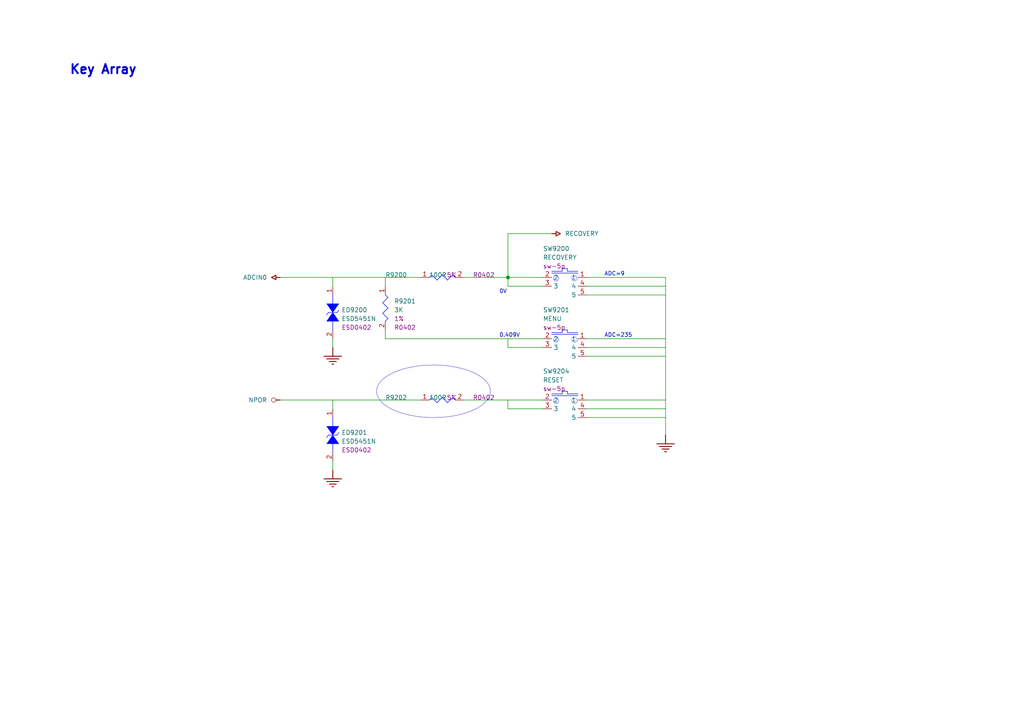
<source format=kicad_sch>
(kicad_sch (version 20250114) (generator "eeschema") (generator_version "9.0")
  (paper "A4")
  (lib_symbols
    (symbol "*:root_0_RESISTOR_Dup1_*" (pin_names (hide yes))
      (symbol "root_0_RESISTOR_Dup1_*_1_0"
        (polyline (pts (xy 1.778 -2.286) (xy 3.302 -3.81)) (stroke (width 0) (color 0 11 255 1)))
        (polyline (pts (xy 1.778 -5.334) (xy 3.302 -6.858)) (stroke (width 0) (color 0 11 255 1)))
        (polyline (pts (xy 2.54 0) (xy 3.302 -0.762)) (stroke (width 0) (color 0 11 255 1)))
        (polyline (pts (xy 3.302 -0.762) (xy 1.778 -2.286)) (stroke (width 0) (color 0 11 255 1)))
        (polyline (pts (xy 3.302 -3.81) (xy 1.778 -5.334)) (stroke (width 0) (color 0 11 255 1)))
        (polyline (pts (xy 3.302 -6.858) (xy 2.54 -7.62)) (stroke (width 0) (color 0 11 255 1)))
        (pin passive line (at 2.54 2.54 270) (length 2.54) (name "1") (number "1"))
        (pin passive line (at 2.54 -10.16 90) (length 2.54) (name "2") (number "2"))
      )
    )
    (symbol "*:root_0_mirrored_SW4P_5_*"
      (symbol "root_0_mirrored_SW4P_5_*_1_0"
        (polyline (pts (xy -7.62 -0.762) (xy -4.572 -0.762)) (stroke (width 0) (color 0 11 255 1)))
        (circle (center -6.35 -2.794) (radius 0.762) (stroke (width 0.0254) (color 0 11 255 1)))
        (polyline (pts (xy -4.572 0) (xy -3.048 0)) (stroke (width 0) (color 0 11 255 1)))
        (polyline (pts (xy -4.572 -0.762) (xy -4.572 0)) (stroke (width 0) (color 0 11 255 1)))
        (polyline (pts (xy -3.048 0) (xy -3.048 -0.762)) (stroke (width 0) (color 0 11 255 1)))
        (polyline (pts (xy -3.048 -0.762) (xy 0 -0.762)) (stroke (width 0) (color 0 11 255 1)))
        (circle (center -1.016 -2.794) (radius 0.762) (stroke (width 0.0254) (color 0 11 255 1)))
        (polyline (pts (xy 0 -1.27) (xy -7.62 -1.27)) (stroke (width 0) (color 0 11 255 1)))
        (pin passive line (at -10.16 -2.54 0) (length 2.54) (name "2") (number "2"))
        (pin passive line (at -10.16 -5.08 0) (length 2.54) (name "3") (number "3"))
        (pin passive line (at 2.54 -2.54 180) (length 2.54) (name "1") (number "1"))
        (pin passive line (at 2.54 -5.08 180) (length 2.54) (name "4") (number "4"))
        (pin passive line (at 2.54 -7.62 180) (length 2.54) (name "5") (number "5"))
      )
    )
    (symbol "*:root_1_RESISTOR_Dup1_*" (pin_names (hide yes))
      (symbol "root_1_RESISTOR_Dup1_*_1_0"
        (polyline (pts (xy 0 2.54) (xy 0.762 3.302)) (stroke (width 0) (color 0 11 255 1)))
        (polyline (pts (xy 0.762 3.302) (xy 2.286 1.778)) (stroke (width 0) (color 0 11 255 1)))
        (polyline (pts (xy 2.286 1.778) (xy 3.81 3.302)) (stroke (width 0) (color 0 11 255 1)))
        (polyline (pts (xy 3.81 3.302) (xy 5.334 1.778)) (stroke (width 0) (color 0 11 255 1)))
        (polyline (pts (xy 5.334 1.778) (xy 6.858 3.302)) (stroke (width 0) (color 0 11 255 1)))
        (polyline (pts (xy 6.858 3.302) (xy 7.62 2.54)) (stroke (width 0) (color 0 11 255 1)))
        (pin passive line (at -2.54 2.54 0) (length 2.54) (name "1") (number "1"))
        (pin passive line (at 10.16 2.54 180) (length 2.54) (name "2") (number "2"))
      )
    )
    (symbol "*:root_3_DIODE BI_DIR TRIG_*" (pin_names (hide yes))
      (symbol "root_3_DIODE BI_DIR TRIG_*_1_0"
        (polyline (pts (xy -3.81 -5.08) (xy -4.318 -5.842)) (stroke (width 0) (color 0 11 255 1)))
        (polyline (pts (xy -2.54 0) (xy -2.54 -2.54)) (stroke (width 0) (color 0 11 255 1)))
        (polyline (pts (xy -2.54 -5.08) (xy -2.54 -5.08) (xy -4.318 -2.54) (xy -0.762 -2.54) (xy -2.54 -5.08) (xy -2.54 -5.08)) (stroke (width 0.0254) (color 0 11 255 1)) (fill (type color) (color 0 0 255 1)))
        (polyline (pts (xy -2.54 -5.08) (xy -2.54 -5.08) (xy -0.762 -7.62) (xy -4.318 -7.62) (xy -2.54 -5.08) (xy -2.54 -5.08)) (stroke (width 0.0254) (color 0 11 255 1)) (fill (type color) (color 0 0 255 1)))
        (polyline (pts (xy -2.54 -7.62) (xy -2.54 -10.16)) (stroke (width 0) (color 0 11 255 1)))
        (polyline (pts (xy -1.27 -5.08) (xy -3.81 -5.08)) (stroke (width 0) (color 0 11 255 1)))
        (polyline (pts (xy -1.27 -5.08) (xy -0.762 -4.318)) (stroke (width 0) (color 0 11 255 1)))
        (pin passive line (at -2.54 2.54 270) (length 2.54) (name "1") (number "1"))
        (pin passive line (at -2.54 -12.7 90) (length 2.54) (name "2") (number "2"))
      )
    )
    (symbol "RV1106G_EVB1_V11_20220401LX-altium-import:ADCIN0_ARROW" (power)
      (property "Value" "ADCIN0" (at 0 -3.81 0))
      (symbol "ADCIN0_ARROW_0_0"
        (polyline (pts (xy -0.635 -1.27) (xy 0.635 -1.27) (xy 0 -2.54) (xy -0.635 -1.27)) (stroke (width 0.254)))
        (polyline (pts (xy 0 0) (xy 0 -1.27)) (stroke (width 0.254)))
        (pin power_in line (at 0 0 0) (length 0) (hide yes) (name "ADCIN0") (number ""))
      )
    )
    (symbol "RV1106G_EVB1_V11_20220401LX-altium-import:GND_POWER_GROUND" (power)
      (property "Value" "GND" (at 0 -6.35 0))
      (symbol "GND_POWER_GROUND_0_0"
        (polyline (pts (xy -2.54 -2.54) (xy 2.54 -2.54)) (stroke (width 0.254)))
        (polyline (pts (xy -1.778 -3.302) (xy 1.778 -3.302)) (stroke (width 0.254)))
        (polyline (pts (xy -1.016 -4.064) (xy 1.016 -4.064)) (stroke (width 0.254)))
        (polyline (pts (xy -0.254 -4.826) (xy 0.254 -4.826)) (stroke (width 0.254)))
        (polyline (pts (xy 0 0) (xy 0 -2.54)) (stroke (width 0.254)))
        (pin power_in line (at 0 0 0) (length 0) (hide yes) (name "GND") (number ""))
      )
    )
    (symbol "RV1106G_EVB1_V11_20220401LX-altium-import:NPOR_CIRCLE" (power)
      (property "Value" "NPOR" (at 0 -3.81 0))
      (symbol "NPOR_CIRCLE_0_0"
        (polyline (pts (xy 0 0) (xy 0 -1.27)) (stroke (width 0.254)))
        (circle (center 0 -1.905) (radius 0.635) (stroke (width 0.127)))
        (pin power_in line (at 0 0 0) (length 0) (hide yes) (name "NPOR") (number ""))
      )
    )
    (symbol "RV1106G_EVB1_V11_20220401LX-altium-import:RECOVERY_ARROW" (power)
      (property "Value" "RECOVERY" (at 0 -3.81 0))
      (symbol "RECOVERY_ARROW_0_0"
        (polyline (pts (xy -0.635 -1.27) (xy 0.635 -1.27) (xy 0 -2.54) (xy -0.635 -1.27)) (stroke (width 0.254)))
        (polyline (pts (xy 0 0) (xy 0 -1.27)) (stroke (width 0.254)))
        (pin power_in line (at 0 0 0) (length 0) (hide yes) (name "RECOVERY") (number ""))
      )
    )
  )
  (bezier (pts (xy 125.73 121.1072) (xy 134.8482 121.1072) (xy 142.24 117.6956) (xy 142.24 113.4872)) (stroke (width 0.0254)))
  (bezier (pts (xy 109.22 113.4872) (xy 109.22 117.6956) (xy 116.6117 121.1072) (xy 125.73 121.1072)) (stroke (width 0.0254)))
  (bezier (pts (xy 125.73 105.8672) (xy 116.6117 105.8672) (xy 109.22 109.2787) (xy 109.22 113.4872)) (stroke (width 0.0254)))
  (bezier (pts (xy 142.24 113.4872) (xy 142.24 109.2787) (xy 134.8482 105.8672) (xy 125.73 105.8672)) (stroke (width 0.0254)))
  (text "ADC=9" (at 175.26 80.2132 0) (effects (font (size 1.143 1.143)) (justify left bottom)))
  (text "0V" (at 144.78 85.2932 0) (effects (font (size 1.143 1.143)) (justify left bottom)))
  (text "0.409V" (at 144.78 97.9932 0) (effects (font (size 1.143 1.143)) (justify left bottom)))
  (text "Key Array" (at 20.066 21.844 0) (effects (font (size 2.667 2.667) (thickness 0.5334) (bold yes)) (justify left bottom)))
  (text "ADC=235" (at 175.26 97.9932 0) (effects (font (size 1.143 1.143)) (justify left bottom)))
  (junction (at 147.32 80.4672))
  (wire (pts (xy 147.32 80.4672) (xy 147.32 67.7672)))
  (wire (pts (xy 81.28 80.4672) (xy 111.76 80.4672)))
  (wire (pts (xy 147.32 100.7872) (xy 147.32 98.2472)))
  (wire (pts (xy 121.92 80.4672) (xy 111.76 80.4672)))
  (wire (pts (xy 147.32 118.5672) (xy 147.32 116.0272)))
  (wire (pts (xy 170.18 83.0072) (xy 193.04 83.0072)))
  (wire (pts (xy 147.32 83.0072) (xy 147.32 80.4672)))
  (wire (pts (xy 193.04 98.2472) (xy 193.04 85.5472)))
  (wire (pts (xy 193.04 126.1872) (xy 193.04 121.1072)))
  (wire (pts (xy 96.52 83.0072) (xy 96.52 80.4672)))
  (wire (pts (xy 193.04 98.2472) (xy 193.04 100.7872)))
  (wire (pts (xy 193.04 121.1072) (xy 170.18 121.1072)))
  (wire (pts (xy 193.04 100.7872) (xy 193.04 103.3272)))
  (wire (pts (xy 193.04 103.3272) (xy 170.18 103.3272)))
  (wire (pts (xy 193.04 116.0272) (xy 170.18 116.0272)))
  (wire (pts (xy 111.76 95.7072) (xy 111.76 98.2472)))
  (wire (pts (xy 193.04 118.5672) (xy 193.04 121.1072)))
  (wire (pts (xy 193.04 85.5472) (xy 193.04 83.0072)))
  (wire (pts (xy 96.52 118.5672) (xy 96.52 116.0272)))
  (wire (pts (xy 193.04 80.4672) (xy 170.18 80.4672)))
  (wire (pts (xy 157.48 118.5672) (xy 147.32 118.5672)))
  (wire (pts (xy 157.48 80.4672) (xy 147.32 80.4672)))
  (wire (pts (xy 157.48 116.0272) (xy 147.32 116.0272)))
  (wire (pts (xy 193.04 100.7872) (xy 170.18 100.7872)))
  (wire (pts (xy 157.48 83.0072) (xy 147.32 83.0072)))
  (wire (pts (xy 96.52 136.3472) (xy 96.52 133.8072)))
  (wire (pts (xy 81.28 116.0272) (xy 121.92 116.0272)))
  (wire (pts (xy 96.52 100.7872) (xy 96.52 98.2472)))
  (wire (pts (xy 193.04 103.3272) (xy 193.04 116.0272)))
  (wire (pts (xy 147.32 116.0272) (xy 134.62 116.0272)))
  (wire (pts (xy 193.04 83.0072) (xy 193.04 80.4672)))
  (wire (pts (xy 147.32 80.4672) (xy 134.62 80.4672)))
  (wire (pts (xy 193.04 118.5672) (xy 170.18 118.5672)))
  (wire (pts (xy 147.32 67.7672) (xy 160.02 67.7672)))
  (wire (pts (xy 111.76 98.2472) (xy 157.48 98.2472)))
  (wire (pts (xy 157.48 100.7872) (xy 147.32 100.7872)))
  (wire (pts (xy 170.18 98.2472) (xy 193.04 98.2472)))
  (wire (pts (xy 193.04 116.0272) (xy 193.04 118.5672)))
  (wire (pts (xy 111.76 80.4672) (xy 111.76 83.0072)))
  (wire (pts (xy 193.04 85.5472) (xy 170.18 85.5472)))
  (symbol (lib_id "RV1106G_EVB1_V11_20220401LX-altium-import:RECOVERY_ARROW") (at 160.02 67.7672 90) (unit 1)
    (property "Reference" "#PWR?" (effects (hide yes)))
    (property "Value" "RECOVERY" (at 163.83 67.7672 90) (effects (justify right)))
  )
  (symbol (lib_id "RV1106G_EVB1_V11_20220401LX-altium-import:ADCIN0_ARROW") (at 81.28 80.4672 270) (unit 1)
    (property "Reference" "#PWR?" (effects (hide yes)))
    (property "Value" "ADCIN0" (at 77.47 80.4672 90) (effects (justify right)))
  )
  (symbol (lib_id "*:root_3_DIODE BI_DIR TRIG_*") (at 99.06 85.5472 0) (unit 1)
    (property "Reference" "ED9200" (at 99.06 90.6272 0) (effects (justify left bottom)))
    (property "Value" "ESD5451N" (at 99.06 93.1672 0) (effects (justify left bottom)))
    (property "Footprint" "ESD0402" (effects (hide yes)))
    (property "Description" "1-Line, Bi-directional, Transient Voltage Suppressors.17.5pF." (effects (hide yes)))
    (property "PCB FOOTPRINT" "ESD0402" (at 99.06 95.7072 0) (effects (justify left bottom)))
    (property "CREATED BY" "JJJ" (effects (hide yes)))
    (property "MANUFACTURER PN" "ESD5451N" (effects (hide yes)))
    (property "MANUFACTURER" "WillSemi(韦尔半导体)" (effects (hide yes)))
    (property "PART TYPE" "ESD_TVS" (effects (hide yes)))
    (property "PRIORITY" "A" (effects (hide yes)))
    (property "RK PN" "ESD5451N" (effects (hide yes)))
  )
  (symbol (lib_id "*:root_0_mirrored_SW4P_5_*") (at 167.64 95.7072 0) (unit 1)
    (property "Reference" "SW9201" (at 157.48 90.6272 0) (effects (justify left bottom)))
    (property "Value" "MENU" (at 157.48 93.1672 0) (effects (justify left bottom)))
    (property "Footprint" "sw-5p" (effects (hide yes)))
    (property "Description" "KEY,SMT" (effects (hide yes)))
    (property "PCB FOOTPRINT" "sw-5p" (at 157.48 95.7072 0) (effects (justify left bottom)))
  )
  (symbol (lib_id "RV1106G_EVB1_V11_20220401LX-altium-import:GND_POWER_GROUND") (at 96.52 136.3472 0) (unit 1)
    (property "Reference" "#PWR?" (effects (hide yes)))
    (property "Value" "GND" (effects (hide yes)))
  )
  (symbol (lib_id "RV1106G_EVB1_V11_20220401LX-altium-import:GND_POWER_GROUND") (at 193.04 126.1872 0) (unit 1)
    (property "Reference" "#PWR?" (effects (hide yes)))
    (property "Value" "GND" (effects (hide yes)))
  )
  (symbol (lib_id "*:root_3_DIODE BI_DIR TRIG_*") (at 99.06 121.1072 0) (unit 1)
    (property "Reference" "ED9201" (at 99.06 126.1872 0) (effects (justify left bottom)))
    (property "Value" "ESD5451N" (at 99.06 128.7272 0) (effects (justify left bottom)))
    (property "Footprint" "ESD0402" (effects (hide yes)))
    (property "Description" "1-Line, Bi-directional, Transient Voltage Suppressors.17.5pF." (effects (hide yes)))
    (property "PCB FOOTPRINT" "ESD0402" (at 99.06 131.2672 0) (effects (justify left bottom)))
    (property "CREATED BY" "JJJ" (effects (hide yes)))
    (property "MANUFACTURER PN" "ESD5451N" (effects (hide yes)))
    (property "MANUFACTURER" "WillSemi(韦尔半导体)" (effects (hide yes)))
    (property "PART TYPE" "ESD_TVS" (effects (hide yes)))
    (property "PRIORITY" "A" (effects (hide yes)))
    (property "RK PN" "ESD5451N" (effects (hide yes)))
  )
  (symbol (lib_id "RV1106G_EVB1_V11_20220401LX-altium-import:NPOR_CIRCLE") (at 81.28 116.0272 270) (unit 1)
    (property "Reference" "#PWR?" (effects (hide yes)))
    (property "Value" "NPOR" (at 77.47 116.0272 90) (effects (justify right)))
  )
  (symbol (lib_id "*:root_1_RESISTOR_Dup1_*") (at 124.46 83.0072 0) (unit 1)
    (property "Reference" "R9200" (at 111.76 80.4672 0) (effects (justify left bottom)))
    (property "Value" "100R" (at 124.46 80.4672 0) (effects (justify left bottom)))
    (property "Footprint" "R0402" (effects (hide yes)))
    (property "Description" "通用厚膜电阻,100R,+/-5%,R0402,1/16W." (effects (hide yes)))
    (property "PCB FOOTPRINT" "R0402" (at 137.16 80.4672 0) (effects (justify left bottom)))
    (property "TOLERANCE" "5%" (at 129.54 80.4672 0) (effects (justify left bottom)))
    (property "RK PN" "RC0402JR-07100RL" (effects (hide yes)))
    (property "PRIORITY" "A" (effects (hide yes)))
    (property "PART TYPE" "通用厚膜电阻" (effects (hide yes)))
    (property "WATTAGE" "1/16W" (effects (hide yes)))
    (property "MANUFACTURER" "YAGEO" (effects (hide yes)))
    (property "MANUFACTURER PN" "RC0402JR-07100RL" (effects (hide yes)))
    (property "CREATED BY" "YTL" (effects (hide yes)))
  )
  (symbol (lib_id "*:root_0_mirrored_SW4P_5_*") (at 167.64 113.4872 0) (unit 1)
    (property "Reference" "SW9204" (at 157.48 108.4072 0) (effects (justify left bottom)))
    (property "Value" "RESET" (at 157.48 110.9472 0) (effects (justify left bottom)))
    (property "Footprint" "sw-5p" (effects (hide yes)))
    (property "Description" "KEY,SMT" (effects (hide yes)))
    (property "PCB FOOTPRINT" "sw-5p" (at 157.48 113.4872 0) (effects (justify left bottom)))
  )
  (symbol (lib_id "*:root_0_RESISTOR_Dup1_*") (at 109.22 85.5472 0) (unit 1)
    (property "Reference" "R9201" (at 114.3 88.0872 0) (effects (justify left bottom)))
    (property "Value" "3K" (at 114.3 90.6272 0) (effects (justify left bottom)))
    (property "Footprint" "R0402" (effects (hide yes)))
    (property "Description" "通用厚膜电阻,3K,+/-1%,R0402,1/16W." (effects (hide yes)))
    (property "PCB FOOTPRINT" "R0402" (at 114.3 95.7072 0) (effects (justify left bottom)))
    (property "TOLERANCE" "1%" (at 114.3 93.1672 0) (effects (justify left bottom)))
    (property "RK PN" "RC0402FR-073KL" (effects (hide yes)))
    (property "PRIORITY" "A" (effects (hide yes)))
    (property "PART TYPE" "通用厚膜电阻" (effects (hide yes)))
    (property "WATTAGE" "1/16W" (effects (hide yes)))
    (property "MANUFACTURER" "YAGEO" (effects (hide yes)))
    (property "MANUFACTURER PN" "RC0402FR-073KL" (effects (hide yes)))
    (property "CREATED BY" "YTL" (effects (hide yes)))
  )
  (symbol (lib_id "*:root_0_mirrored_SW4P_5_*") (at 167.64 77.9272 0) (unit 1)
    (property "Reference" "SW9200" (at 157.48 72.8472 0) (effects (justify left bottom)))
    (property "Value" "RECOVERY" (at 157.48 75.3872 0) (effects (justify left bottom)))
    (property "Footprint" "sw-5p" (effects (hide yes)))
    (property "Description" "KEY,SMT" (effects (hide yes)))
    (property "PCB FOOTPRINT" "sw-5p" (at 157.48 77.9272 0) (effects (justify left bottom)))
  )
  (symbol (lib_id "RV1106G_EVB1_V11_20220401LX-altium-import:GND_POWER_GROUND") (at 96.52 100.7872 0) (unit 1)
    (property "Reference" "#PWR?" (effects (hide yes)))
    (property "Value" "GND" (effects (hide yes)))
  )
  (symbol (lib_id "*:root_1_RESISTOR_Dup1_*") (at 124.46 118.5672 0) (unit 1)
    (property "Reference" "R9202" (at 111.76 116.0272 0) (effects (justify left bottom)))
    (property "Value" "100R" (at 124.46 116.0272 0) (effects (justify left bottom)))
    (property "Footprint" "R0402" (effects (hide yes)))
    (property "Description" "通用厚膜电阻,100R,+/-5%,R0402,1/16W." (effects (hide yes)))
    (property "PCB FOOTPRINT" "R0402" (at 137.16 116.0272 0) (effects (justify left bottom)))
    (property "TOLERANCE" "5%" (at 129.54 116.0272 0) (effects (justify left bottom)))
    (property "CREATED BY" "YTL" (effects (hide yes)))
    (property "MANUFACTURER PN" "RC0402JR-07100RL" (effects (hide yes)))
    (property "MANUFACTURER" "YAGEO" (effects (hide yes)))
    (property "WATTAGE" "1/16W" (effects (hide yes)))
    (property "PART TYPE" "通用厚膜电阻" (effects (hide yes)))
    (property "PRIORITY" "A" (effects (hide yes)))
    (property "RK PN" "RC0402JR-07100RL" (effects (hide yes)))
  )
)
</source>
